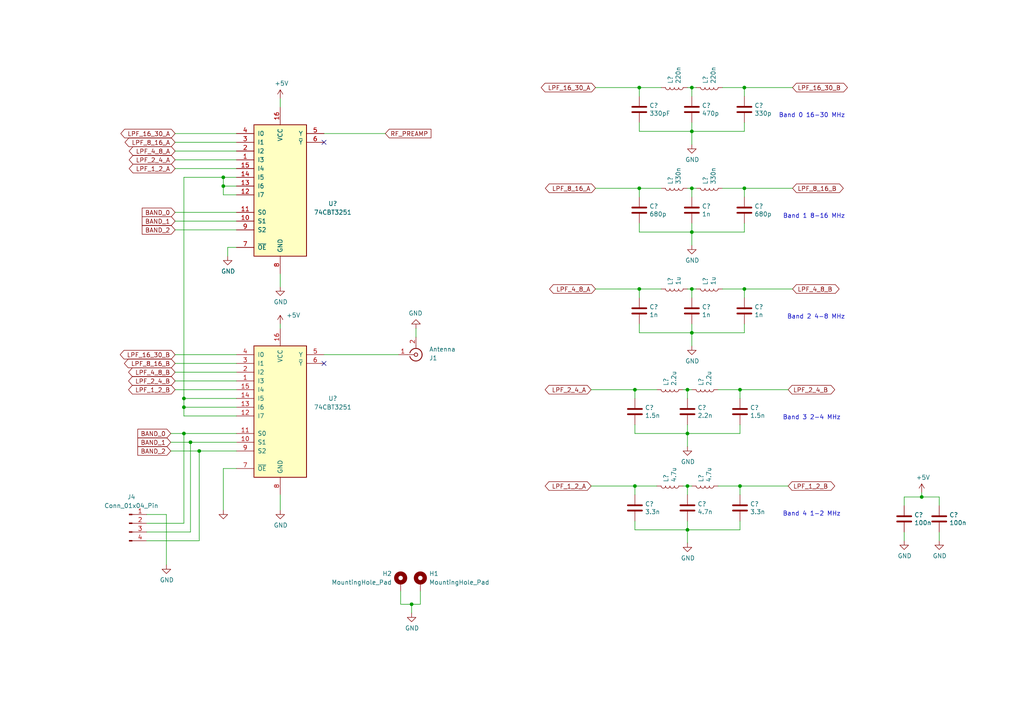
<source format=kicad_sch>
(kicad_sch (version 20231120) (generator "eeschema") (generator_version "8.0")
  (paper "A4")
  (lib_symbols
    (symbol "74xx:74LS251" (pin_names (offset 1.016))
      (property "Reference" "U" (at -7.62 19.05 0))
      (property "Value" "74LS251" (at -7.62 -21.59 0))
      (symbol "74LS251_1_0"
        (pin input line (at -12.7 7.62 0) (length 5.08) (name "I3") (number "1"))
        (pin input line (at -12.7 -10.16 0) (length 5.08) (name "S1") (number "10"))
        (pin input line (at -12.7 -7.62 0) (length 5.08) (name "S0") (number "11"))
        (pin input line (at -12.7 -2.54 0) (length 5.08) (name "I7") (number "12"))
        (pin input line (at -12.7 0 0) (length 5.08) (name "I6") (number "13"))
        (pin input line (at -12.7 2.54 0) (length 5.08) (name "I5") (number "14"))
        (pin input line (at -12.7 5.08 0) (length 5.08) (name "I4") (number "15"))
        (pin power_in line (at 0 22.86 270) (length 5.08) (name "VCC") (number "16"))
        (pin input line (at -12.7 10.16 0) (length 5.08) (name "I2") (number "2"))
        (pin input line (at -12.7 12.7 0) (length 5.08) (name "I1") (number "3"))
        (pin input line (at -12.7 15.24 0) (length 5.08) (name "I0") (number "4"))
        (pin tri_state line (at 12.7 15.24 180) (length 5.08) (name "Y") (number "5"))
        (pin tri_state line (at 12.7 12.7 180) (length 5.08) (name "~{Y}") (number "6"))
        (pin input line (at -12.7 -17.78 0) (length 5.08) (name "~{OE}") (number "7"))
        (pin power_in line (at 0 -25.4 90) (length 5.08) (name "GND") (number "8"))
        (pin input line (at -12.7 -12.7 0) (length 5.08) (name "S2") (number "9"))
      )
      (symbol "74LS251_1_1"
        (rectangle (start -7.62 17.78) (end 7.62 -20.32) (stroke (width 0.254)) (fill (type background)))
      )
    )
    (symbol "Connector:Conn_01x04_Pin" (pin_names (offset 1.016) hide)
      (property "Reference" "J" (at 0 5.08 0))
      (property "Value" "Conn_01x04_Pin" (at 0 -7.62 0))
      (symbol "Conn_01x04_Pin_1_1"
        (polyline (pts (xy 1.27 -5.08) (xy 0.8636 -5.08)) (stroke (width 0.1524)))
        (polyline (pts (xy 1.27 -2.54) (xy 0.8636 -2.54)) (stroke (width 0.1524)))
        (polyline (pts (xy 1.27 0) (xy 0.8636 0)) (stroke (width 0.1524)))
        (polyline (pts (xy 1.27 2.54) (xy 0.8636 2.54)) (stroke (width 0.1524)))
        (rectangle (start 0.8636 -4.953) (end 0 -5.207) (stroke (width 0.1524)) (fill (type outline)))
        (rectangle (start 0.8636 -2.413) (end 0 -2.667) (stroke (width 0.1524)) (fill (type outline)))
        (rectangle (start 0.8636 0.127) (end 0 -0.127) (stroke (width 0.1524)) (fill (type outline)))
        (rectangle (start 0.8636 2.667) (end 0 2.413) (stroke (width 0.1524)) (fill (type outline)))
        (pin passive line (at 5.08 2.54 180) (length 3.81) (name "Pin_1") (number "1"))
        (pin passive line (at 5.08 0 180) (length 3.81) (name "Pin_2") (number "2"))
        (pin passive line (at 5.08 -2.54 180) (length 3.81) (name "Pin_3") (number "3"))
        (pin passive line (at 5.08 -5.08 180) (length 3.81) (name "Pin_4") (number "4"))
      )
    )
    (symbol "Connector:Conn_Coaxial" (pin_names (offset 1.016) hide)
      (property "Reference" "J" (at 0.254 3.048 0))
      (property "Value" "Conn_Coaxial" (at 2.921 0 90))
      (symbol "Conn_Coaxial_0_1"
        (arc (start -1.778 -0.508) (mid 0.2311 -1.8066) (end 1.778 0) (stroke (width 0.254)))
        (polyline (pts (xy -2.54 0) (xy -0.508 0)))
        (polyline (pts (xy 0 -2.54) (xy 0 -1.778)))
        (circle (center 0 0) (radius 0.508) (stroke (width 0.2032)))
        (arc (start 1.778 0) (mid 0.2099 1.8101) (end -1.778 0.508) (stroke (width 0.254)))
      )
      (symbol "Conn_Coaxial_1_1"
        (pin passive line (at -5.08 0 0) (length 2.54) (name "In") (number "1"))
        (pin passive line (at 0 -5.08 90) (length 2.54) (name "Ext") (number "2"))
      )
    )
    (symbol "Device:C" (pin_numbers hide) (pin_names (offset 0.254))
      (property "Reference" "C" (at 0.635 2.54 0))
      (property "Value" "C" (at 0.635 -2.54 0))
      (symbol "C_0_1"
        (polyline (pts (xy -2.032 -0.762) (xy 2.032 -0.762)) (stroke (width 0.508)))
        (polyline (pts (xy -2.032 0.762) (xy 2.032 0.762)) (stroke (width 0.508)))
      )
      (symbol "C_1_1"
        (pin passive line (at 0 3.81 270) (length 2.794) (name "~") (number "1"))
        (pin passive line (at 0 -3.81 90) (length 2.794) (name "~") (number "2"))
      )
    )
    (symbol "Device:L" (pin_numbers hide) (pin_names (offset 1.016) hide)
      (property "Reference" "L" (at -1.27 0 90))
      (property "Value" "L" (at 1.905 0 90))
      (symbol "L_0_1"
        (arc (start 0 -2.54) (mid 0.6323 -1.905) (end 0 -1.27))
        (arc (start 0 -1.27) (mid 0.6323 -0.635) (end 0 0))
        (arc (start 0 0) (mid 0.6323 0.635) (end 0 1.27))
        (arc (start 0 1.27) (mid 0.6323 1.905) (end 0 2.54))
      )
      (symbol "L_1_1"
        (pin passive line (at 0 3.81 270) (length 1.27) (name "1") (number "1"))
        (pin passive line (at 0 -3.81 90) (length 1.27) (name "2") (number "2"))
      )
    )
    (symbol "Mechanical:MountingHole_Pad" (pin_numbers hide) (pin_names (offset 1.016) hide) (exclude_from_sim yes) (in_bom no)
      (property "Reference" "H" (at 0 6.35 0))
      (property "Value" "MountingHole_Pad" (at 0 4.445 0))
      (symbol "MountingHole_Pad_0_1"
        (circle (center 0 1.27) (radius 1.27) (stroke (width 1.27)))
      )
      (symbol "MountingHole_Pad_1_1"
        (pin input line (at 0 -2.54 90) (length 2.54) (name "1") (number "1"))
      )
    )
    (symbol "power:+5V" (power) (pin_names (offset 0))
      (property "Value" "+5V" (at 0 3.556 0))
      (symbol "+5V_0_1"
        (polyline (pts (xy -0.762 1.27) (xy 0 2.54)))
        (polyline (pts (xy 0 0) (xy 0 2.54)))
        (polyline (pts (xy 0 2.54) (xy 0.762 1.27)))
      )
      (symbol "+5V_1_1"
        (pin power_in line (at 0 0 90) (length 0) hide (name "+5V") (number "1"))
      )
    )
    (symbol "power:GND" (power) (pin_names (offset 0))
      (property "Value" "GND" (at 0 -3.81 0))
      (symbol "GND_0_1"
        (polyline (pts (xy 0 0) (xy 0 -1.27) (xy 1.27 -1.27) (xy 0 -2.54) (xy -1.27 -1.27) (xy 0 -1.27)))
      )
      (symbol "GND_1_1"
        (pin power_in line (at 0 0 270) (length 0) hide (name "GND") (number "1"))
      )
    )
  )
  (junction (at 185.42 54.61))
  (junction (at 119.38 175.26))
  (junction (at 200.66 25.4))
  (junction (at 184.15 140.97))
  (junction (at 200.66 38.1))
  (junction (at 200.66 96.52))
  (junction (at 53.34 125.73))
  (junction (at 184.15 113.03))
  (junction (at 185.42 83.82))
  (junction (at 57.785 130.81))
  (junction (at 199.39 113.03))
  (junction (at 199.39 153.67))
  (junction (at 200.66 67.31))
  (junction (at 55.245 128.27))
  (junction (at 200.66 83.82))
  (junction (at 53.34 118.11))
  (junction (at 53.34 115.57))
  (junction (at 215.9 25.4))
  (junction (at 267.335 144.145))
  (junction (at 64.77 53.975))
  (junction (at 185.42 25.4))
  (junction (at 200.66 54.61))
  (junction (at 214.63 113.03))
  (junction (at 199.39 125.73))
  (junction (at 215.9 83.82))
  (junction (at 64.77 51.435))
  (junction (at 214.63 140.97))
  (junction (at 215.9 54.61))
  (junction (at 199.39 140.97))
  (no_connect (at 93.98 105.41))
  (no_connect (at 93.98 41.275))
  (wire (pts (xy 200.66 25.4) (xy 200.66 27.94)))
  (wire (pts (xy 66.04 74.295) (xy 66.04 71.755)))
  (wire (pts (xy 272.415 154.305) (xy 272.415 156.845)))
  (wire (pts (xy 53.34 125.73) (xy 53.34 151.765)))
  (wire (pts (xy 81.28 79.375) (xy 81.28 83.185)))
  (wire (pts (xy 200.66 83.82) (xy 200.66 86.36)))
  (wire (pts (xy 184.15 151.13) (xy 184.15 153.67)))
  (wire (pts (xy 53.34 115.57) (xy 68.58 115.57)))
  (wire (pts (xy 57.785 130.81) (xy 68.58 130.81)))
  (wire (pts (xy 42.545 151.765) (xy 53.34 151.765)))
  (wire (pts (xy 215.9 35.56) (xy 215.9 38.1)))
  (wire (pts (xy 50.8 48.895) (xy 68.58 48.895)))
  (wire (pts (xy 209.55 54.61) (xy 215.9 54.61)))
  (wire (pts (xy 64.77 135.89) (xy 64.77 147.955)))
  (wire (pts (xy 172.72 54.61) (xy 185.42 54.61)))
  (wire (pts (xy 64.77 135.89) (xy 68.58 135.89)))
  (wire (pts (xy 215.9 54.61) (xy 229.87 54.61)))
  (wire (pts (xy 200.66 64.77) (xy 200.66 67.31)))
  (wire (pts (xy 214.63 123.19) (xy 214.63 125.73)))
  (wire (pts (xy 185.42 38.1) (xy 200.66 38.1)))
  (wire (pts (xy 214.63 113.03) (xy 228.6 113.03)))
  (wire (pts (xy 215.9 54.61) (xy 215.9 57.15)))
  (wire (pts (xy 185.42 67.31) (xy 200.66 67.31)))
  (wire (pts (xy 50.8 41.275) (xy 68.58 41.275)))
  (wire (pts (xy 42.545 149.225) (xy 48.26 149.225)))
  (wire (pts (xy 49.53 130.81) (xy 57.785 130.81)))
  (wire (pts (xy 215.9 25.4) (xy 229.87 25.4)))
  (wire (pts (xy 121.92 175.26) (xy 119.38 175.26)))
  (wire (pts (xy 57.785 156.845) (xy 57.785 130.81)))
  (wire (pts (xy 53.34 120.65) (xy 68.58 120.65)))
  (wire (pts (xy 81.28 143.51) (xy 81.28 147.955)))
  (wire (pts (xy 185.42 64.77) (xy 185.42 67.31)))
  (wire (pts (xy 50.8 107.95) (xy 68.58 107.95)))
  (wire (pts (xy 171.45 140.97) (xy 184.15 140.97)))
  (wire (pts (xy 185.42 54.61) (xy 191.77 54.61)))
  (wire (pts (xy 50.8 113.03) (xy 68.58 113.03)))
  (wire (pts (xy 68.58 53.975) (xy 64.77 53.975)))
  (wire (pts (xy 50.8 64.135) (xy 68.58 64.135)))
  (wire (pts (xy 116.205 175.26) (xy 119.38 175.26)))
  (wire (pts (xy 200.66 67.31) (xy 200.66 71.12)))
  (wire (pts (xy 185.42 83.82) (xy 191.77 83.82)))
  (wire (pts (xy 184.15 125.73) (xy 199.39 125.73)))
  (wire (pts (xy 214.63 140.97) (xy 228.6 140.97)))
  (wire (pts (xy 53.34 118.11) (xy 68.58 118.11)))
  (wire (pts (xy 200.66 54.61) (xy 200.66 57.15)))
  (wire (pts (xy 185.42 54.61) (xy 185.42 57.15)))
  (wire (pts (xy 184.15 140.97) (xy 190.5 140.97)))
  (wire (pts (xy 66.04 71.755) (xy 68.58 71.755)))
  (wire (pts (xy 272.415 146.685) (xy 272.415 144.145)))
  (wire (pts (xy 267.335 142.875) (xy 267.335 144.145)))
  (wire (pts (xy 42.545 156.845) (xy 57.785 156.845)))
  (wire (pts (xy 198.12 113.03) (xy 199.39 113.03)))
  (wire (pts (xy 68.58 102.87) (xy 50.8 102.87)))
  (wire (pts (xy 199.39 83.82) (xy 200.66 83.82)))
  (wire (pts (xy 185.42 25.4) (xy 185.42 27.94)))
  (wire (pts (xy 262.255 144.145) (xy 262.255 146.685)))
  (wire (pts (xy 172.72 25.4) (xy 185.42 25.4)))
  (wire (pts (xy 214.63 151.13) (xy 214.63 153.67)))
  (wire (pts (xy 208.28 140.97) (xy 214.63 140.97)))
  (wire (pts (xy 55.245 154.305) (xy 55.245 128.27)))
  (wire (pts (xy 200.66 54.61) (xy 201.93 54.61)))
  (wire (pts (xy 185.42 25.4) (xy 191.77 25.4)))
  (wire (pts (xy 53.34 118.11) (xy 53.34 115.57)))
  (wire (pts (xy 215.9 93.98) (xy 215.9 96.52)))
  (wire (pts (xy 267.335 144.145) (xy 262.255 144.145)))
  (wire (pts (xy 50.8 105.41) (xy 68.58 105.41)))
  (wire (pts (xy 200.66 93.98) (xy 200.66 96.52)))
  (wire (pts (xy 185.42 93.98) (xy 185.42 96.52)))
  (wire (pts (xy 199.39 125.73) (xy 199.39 129.54)))
  (wire (pts (xy 214.63 140.97) (xy 214.63 143.51)))
  (wire (pts (xy 185.42 83.82) (xy 185.42 86.36)))
  (wire (pts (xy 214.63 113.03) (xy 214.63 115.57)))
  (wire (pts (xy 199.39 140.97) (xy 199.39 143.51)))
  (wire (pts (xy 81.28 28.575) (xy 81.28 31.115)))
  (wire (pts (xy 64.77 51.435) (xy 64.77 53.975)))
  (wire (pts (xy 200.66 67.31) (xy 215.9 67.31)))
  (wire (pts (xy 81.28 93.98) (xy 81.28 95.25)))
  (wire (pts (xy 50.8 38.735) (xy 68.58 38.735)))
  (wire (pts (xy 64.77 53.975) (xy 64.77 56.515)))
  (wire (pts (xy 49.53 128.27) (xy 55.245 128.27)))
  (wire (pts (xy 199.39 153.67) (xy 199.39 157.48)))
  (wire (pts (xy 199.39 151.13) (xy 199.39 153.67)))
  (wire (pts (xy 199.39 153.67) (xy 214.63 153.67)))
  (wire (pts (xy 184.15 123.19) (xy 184.15 125.73)))
  (wire (pts (xy 184.15 113.03) (xy 190.5 113.03)))
  (wire (pts (xy 200.66 96.52) (xy 200.66 100.33)))
  (wire (pts (xy 199.39 113.03) (xy 200.66 113.03)))
  (wire (pts (xy 93.98 102.87) (xy 115.57 102.87)))
  (wire (pts (xy 215.9 25.4) (xy 215.9 27.94)))
  (wire (pts (xy 199.39 125.73) (xy 214.63 125.73)))
  (wire (pts (xy 50.8 43.815) (xy 68.58 43.815)))
  (wire (pts (xy 215.9 83.82) (xy 229.87 83.82)))
  (wire (pts (xy 185.42 35.56) (xy 185.42 38.1)))
  (wire (pts (xy 200.66 96.52) (xy 215.9 96.52)))
  (wire (pts (xy 215.9 83.82) (xy 215.9 86.36)))
  (wire (pts (xy 116.205 171.45) (xy 116.205 175.26)))
  (wire (pts (xy 262.255 154.305) (xy 262.255 156.845)))
  (wire (pts (xy 209.55 83.82) (xy 215.9 83.82)))
  (wire (pts (xy 172.72 83.82) (xy 185.42 83.82)))
  (wire (pts (xy 200.66 38.1) (xy 200.66 41.91)))
  (wire (pts (xy 199.39 54.61) (xy 200.66 54.61)))
  (wire (pts (xy 198.12 140.97) (xy 199.39 140.97)))
  (wire (pts (xy 68.58 56.515) (xy 64.77 56.515)))
  (wire (pts (xy 199.39 113.03) (xy 199.39 115.57)))
  (wire (pts (xy 50.8 46.355) (xy 68.58 46.355)))
  (wire (pts (xy 49.53 125.73) (xy 53.34 125.73)))
  (wire (pts (xy 50.8 110.49) (xy 68.58 110.49)))
  (wire (pts (xy 68.58 51.435) (xy 64.77 51.435)))
  (wire (pts (xy 200.66 38.1) (xy 215.9 38.1)))
  (wire (pts (xy 93.98 38.735) (xy 111.76 38.735)))
  (wire (pts (xy 215.9 64.77) (xy 215.9 67.31)))
  (wire (pts (xy 209.55 25.4) (xy 215.9 25.4)))
  (wire (pts (xy 200.66 25.4) (xy 201.93 25.4)))
  (wire (pts (xy 120.65 95.25) (xy 120.65 97.79)))
  (wire (pts (xy 48.26 149.225) (xy 48.26 163.83)))
  (wire (pts (xy 199.39 123.19) (xy 199.39 125.73)))
  (wire (pts (xy 53.34 120.65) (xy 53.34 118.11)))
  (wire (pts (xy 184.15 113.03) (xy 184.15 115.57)))
  (wire (pts (xy 53.34 51.435) (xy 64.77 51.435)))
  (wire (pts (xy 272.415 144.145) (xy 267.335 144.145)))
  (wire (pts (xy 184.15 153.67) (xy 199.39 153.67)))
  (wire (pts (xy 42.545 154.305) (xy 55.245 154.305)))
  (wire (pts (xy 53.34 51.435) (xy 53.34 115.57)))
  (wire (pts (xy 200.66 35.56) (xy 200.66 38.1)))
  (wire (pts (xy 121.92 171.45) (xy 121.92 175.26)))
  (wire (pts (xy 200.66 83.82) (xy 201.93 83.82)))
  (wire (pts (xy 199.39 25.4) (xy 200.66 25.4)))
  (wire (pts (xy 50.8 61.595) (xy 68.58 61.595)))
  (wire (pts (xy 119.38 175.26) (xy 119.38 177.8)))
  (wire (pts (xy 208.28 113.03) (xy 214.63 113.03)))
  (wire (pts (xy 171.45 113.03) (xy 184.15 113.03)))
  (wire (pts (xy 199.39 140.97) (xy 200.66 140.97)))
  (wire (pts (xy 185.42 96.52) (xy 200.66 96.52)))
  (wire (pts (xy 184.15 140.97) (xy 184.15 143.51)))
  (wire (pts (xy 50.8 66.675) (xy 68.58 66.675)))
  (wire (pts (xy 55.245 128.27) (xy 68.58 128.27)))
  (wire (pts (xy 53.34 125.73) (xy 68.58 125.73)))
  (text "Band 2 4-8 MHz" (at 245.11 92.71 0) (effects (font (size 1.27 1.27)) (justify right bottom)))
  (text "Band 4 1-2 MHz" (at 243.84 149.86 0) (effects (font (size 1.27 1.27)) (justify right bottom)))
  (text "Band 1 8-16 MHz" (at 245.11 63.5 0) (effects (font (size 1.27 1.27)) (justify right bottom)))
  (text "Band 3 2-4 MHz" (at 243.84 121.92 0) (effects (font (size 1.27 1.27)) (justify right bottom)))
  (text "Band 0 16-30 MHz" (at 245.11 34.29 0) (effects (font (size 1.27 1.27)) (justify right bottom)))
  (global_label "BAND_0" (shape input) (at 49.53 125.73 180) (property "Intersheetrefs" "${INTERSHEET_REFS}" (effects (hide yes))))
  (global_label "LPF_16_30_B" (shape bidirectional) (at 229.87 25.4 0) (property "Intersheetrefs" "${INTERSHEET_REFS}" (effects (hide yes))))
  (global_label "BAND_1" (shape input) (at 49.53 128.27 180) (property "Intersheetrefs" "${INTERSHEET_REFS}" (effects (hide yes))))
  (global_label "LPF_4_8_B" (shape bidirectional) (at 229.87 83.82 0) (property "Intersheetrefs" "${INTERSHEET_REFS}" (effects (hide yes))))
  (global_label "LPF_1_2_A" (shape bidirectional) (at 171.45 140.97 180) (property "Intersheetrefs" "${INTERSHEET_REFS}" (effects (hide yes))))
  (global_label "RF_PREAMP" (shape input) (at 111.76 38.735 0) (property "Intersheetrefs" "${INTERSHEET_REFS}" (effects (hide yes))))
  (global_label "BAND_1" (shape input) (at 50.8 64.135 180) (property "Intersheetrefs" "${INTERSHEET_REFS}" (effects (hide yes))))
  (global_label "LPF_8_16_A" (shape bidirectional) (at 172.72 54.61 180) (property "Intersheetrefs" "${INTERSHEET_REFS}" (effects (hide yes))))
  (global_label "LPF_2_4_B" (shape bidirectional) (at 50.8 110.49 180) (property "Intersheetrefs" "${INTERSHEET_REFS}" (effects (hide yes))))
  (global_label "BAND_0" (shape input) (at 50.8 61.595 180) (property "Intersheetrefs" "${INTERSHEET_REFS}" (effects (hide yes))))
  (global_label "LPF_8_16_A" (shape bidirectional) (at 50.8 41.275 180) (property "Intersheetrefs" "${INTERSHEET_REFS}" (effects (hide yes))))
  (global_label "LPF_16_30_A" (shape bidirectional) (at 172.72 25.4 180) (property "Intersheetrefs" "${INTERSHEET_REFS}" (effects (hide yes))))
  (global_label "LPF_2_4_B" (shape bidirectional) (at 228.6 113.03 0) (property "Intersheetrefs" "${INTERSHEET_REFS}" (effects (hide yes))))
  (global_label "BAND_2" (shape input) (at 49.53 130.81 180) (property "Intersheetrefs" "${INTERSHEET_REFS}" (effects (hide yes))))
  (global_label "LPF_8_16_B" (shape bidirectional) (at 50.8 105.41 180) (property "Intersheetrefs" "${INTERSHEET_REFS}" (effects (hide yes))))
  (global_label "LPF_4_8_A" (shape bidirectional) (at 50.8 43.815 180) (property "Intersheetrefs" "${INTERSHEET_REFS}" (effects (hide yes))))
  (global_label "LPF_4_8_B" (shape bidirectional) (at 50.8 107.95 180) (property "Intersheetrefs" "${INTERSHEET_REFS}" (effects (hide yes))))
  (global_label "LPF_16_30_B" (shape bidirectional) (at 50.8 102.87 180) (property "Intersheetrefs" "${INTERSHEET_REFS}" (effects (hide yes))))
  (global_label "LPF_4_8_A" (shape bidirectional) (at 172.72 83.82 180) (property "Intersheetrefs" "${INTERSHEET_REFS}" (effects (hide yes))))
  (global_label "LPF_1_2_B" (shape bidirectional) (at 228.6 140.97 0) (property "Intersheetrefs" "${INTERSHEET_REFS}" (effects (hide yes))))
  (global_label "LPF_16_30_A" (shape bidirectional) (at 50.8 38.735 180) (property "Intersheetrefs" "${INTERSHEET_REFS}" (effects (hide yes))))
  (global_label "BAND_2" (shape input) (at 50.8 66.675 180) (property "Intersheetrefs" "${INTERSHEET_REFS}" (effects (hide yes))))
  (global_label "LPF_1_2_A" (shape bidirectional) (at 50.8 48.895 180) (property "Intersheetrefs" "${INTERSHEET_REFS}" (effects (hide yes))))
  (global_label "LPF_2_4_A" (shape bidirectional) (at 50.8 46.355 180) (property "Intersheetrefs" "${INTERSHEET_REFS}" (effects (hide yes))))
  (global_label "LPF_1_2_B" (shape bidirectional) (at 50.8 113.03 180) (property "Intersheetrefs" "${INTERSHEET_REFS}" (effects (hide yes))))
  (global_label "LPF_8_16_B" (shape bidirectional) (at 229.87 54.61 0) (property "Intersheetrefs" "${INTERSHEET_REFS}" (effects (hide yes))))
  (global_label "LPF_2_4_A" (shape bidirectional) (at 171.45 113.03 180) (property "Intersheetrefs" "${INTERSHEET_REFS}" (effects (hide yes))))
  (symbol (lib_id "power:GND") (at 272.415 156.845 0) (unit 1)
    (property "Reference" "#PWR?" (effects (hide yes)))
    (property "Value" "GND" (at 272.542 161.2392 0))
    (instances (project "RADIO" (path "" (reference "#PWR?") (unit 1))) (project "SDR_PreAmp_Filter_v1.1" (path "" (reference "#PWR011") (unit 1))))
  )
  (symbol (lib_id "Device:L") (at 194.31 140.97 270) (unit 1)
    (property "Reference" "L?" (at 193.167 139.8778 0) (effects (justify right)))
    (property "Value" "4.7u" (at 195.453 139.8778 0) (effects (justify right)))
    (property "Footprint" "Inductor_SMD:L_0805_2012Metric_Pad1.05x1.20mm_HandSolder" (effects (hide yes)))
    (instances (project "RADIO" (path "" (reference "L?") (unit 1))) (project "SDR_PreAmp_Filter_v1.1" (path "" (reference "L8") (unit 1))))
  )
  (symbol (lib_id "power:+5V") (at 81.28 28.575 0) (unit 1)
    (property "Reference" "#PWR?" (effects (hide yes)))
    (property "Value" "+5V" (at 81.661 24.1808 0))
    (instances (project "RADIO" (path "" (reference "#PWR?") (unit 1))) (project "SDR_PreAmp_Filter_v1.1" (path "" (reference "#PWR03") (unit 1))))
  )
  (symbol (lib_id "Device:C") (at 184.15 147.32 180) (unit 1)
    (property "Reference" "C?" (at 187.071 146.177 0) (effects (justify right)))
    (property "Value" "3.3n" (at 187.071 148.463 0) (effects (justify right)))
    (property "Footprint" "Capacitor_SMD:C_0805_2012Metric" (effects (hide yes)))
    (instances (project "RADIO" (path "" (reference "C?") (unit 1))) (project "SDR_PreAmp_Filter_v1.1" (path "" (reference "C36") (unit 1))))
  )
  (symbol (lib_id "Device:L") (at 205.74 54.61 270) (unit 1)
    (property "Reference" "L?" (at 204.597 53.5178 0) (effects (justify right)))
    (property "Value" "330n" (at 206.883 53.5178 0) (effects (justify right)))
    (property "Footprint" "Inductor_SMD:L_0805_2012Metric_Pad1.05x1.20mm_HandSolder" (effects (hide yes)))
    (instances (project "RADIO" (path "" (reference "L?") (unit 1))) (project "SDR_PreAmp_Filter_v1.1" (path "" (reference "L2") (unit 1))))
  )
  (symbol (lib_id "power:GND") (at 199.39 157.48 0) (unit 1)
    (property "Reference" "#PWR?" (effects (hide yes)))
    (property "Value" "GND" (at 199.517 161.8742 0))
    (instances (project "RADIO" (path "" (reference "#PWR?") (unit 1))) (project "SDR_PreAmp_Filter_v1.1" (path "" (reference "#PWR032") (unit 1))))
  )
  (symbol (lib_id "power:GND") (at 200.66 71.12 0) (unit 1)
    (property "Reference" "#PWR?" (effects (hide yes)))
    (property "Value" "GND" (at 200.787 75.5142 0))
    (instances (project "RADIO" (path "" (reference "#PWR?") (unit 1))) (project "SDR_PreAmp_Filter_v1.1" (path "" (reference "#PWR013") (unit 1))))
  )
  (symbol (lib_id "Device:C") (at 214.63 147.32 180) (unit 1)
    (property "Reference" "C?" (at 217.551 146.177 0) (effects (justify right)))
    (property "Value" "3.3n" (at 217.551 148.463 0) (effects (justify right)))
    (property "Footprint" "Capacitor_SMD:C_0805_2012Metric" (effects (hide yes)))
    (instances (project "RADIO" (path "" (reference "C?") (unit 1))) (project "SDR_PreAmp_Filter_v1.1" (path "" (reference "C38") (unit 1))))
  )
  (symbol (lib_id "Connector:Conn_01x04_Pin") (at 37.465 151.765 0) (unit 1)
    (property "Reference" "J4" (at 38.1 144.145 0))
    (property "Value" "Conn_01x04_Pin" (at 38.1 146.685 0))
    (property "Footprint" "Connector_PinHeader_2.54mm:PinHeader_1x04_P2.54mm_Vertical" (effects (hide yes)))
    (property "Description" "Generic connector, single row, 01x04, script generated" (effects (hide yes)))
  )
  (symbol (lib_id "Mechanical:MountingHole_Pad") (at 121.92 168.91 0) (unit 1) (exclude_from_sim yes) (in_bom no)
    (property "Reference" "H1" (at 124.46 166.3699 0) (effects (justify left)))
    (property "Value" "MountingHole_Pad" (at 124.46 168.9099 0) (effects (justify left)))
    (property "Footprint" "MountingHole:MountingHole_3.2mm_M3_DIN965_Pad" (effects (hide yes)))
    (property "Description" "Mounting Hole with connection" (effects (hide yes)))
  )
  (symbol (lib_id "Device:C") (at 215.9 31.75 180) (unit 1)
    (property "Reference" "C?" (at 218.821 30.607 0) (effects (justify right)))
    (property "Value" "330p" (at 218.821 32.893 0) (effects (justify right)))
    (property "Footprint" "Capacitor_SMD:C_0805_2012Metric" (effects (hide yes)))
    (instances (project "RADIO" (path "" (reference "C?") (unit 1))) (project "SDR_PreAmp_Filter_v1.1" (path "" (reference "C16") (unit 1))))
  )
  (symbol (lib_id "power:GND") (at 48.26 163.83 0) (unit 1)
    (property "Reference" "#PWR016" (effects (hide yes)))
    (property "Value" "GND" (at 48.387 168.2242 0))
  )
  (symbol (lib_id "Device:C") (at 200.66 90.17 180) (unit 1)
    (property "Reference" "C?" (at 203.581 89.027 0) (effects (justify right)))
    (property "Value" "1n" (at 203.581 91.313 0) (effects (justify right)))
    (property "Footprint" "Capacitor_SMD:C_0805_2012Metric" (effects (hide yes)))
    (instances (project "RADIO" (path "" (reference "C?") (unit 1))) (project "SDR_PreAmp_Filter_v1.1" (path "" (reference "C14") (unit 1))))
  )
  (symbol (lib_id "Connector:Conn_Coaxial") (at 120.65 102.87 0) (mirror x) (unit 1)
    (property "Reference" "J1" (at 124.46 103.8468 0) (effects (justify left)))
    (property "Value" "Antenna" (at 124.46 101.3068 0) (effects (justify left)))
    (property "Footprint" "Connector_Coaxial:SMA_Samtec_SMA-J-P-X-ST-EM1_EdgeMount" (effects (hide yes)))
  )
  (symbol (lib_id "power:GND") (at 120.65 95.25 180) (unit 1)
    (property "Reference" "#PWR023" (effects (hide yes)))
    (property "Value" "GND" (at 120.523 90.8558 0))
  )
  (symbol (lib_id "Device:L") (at 204.47 140.97 270) (unit 1)
    (property "Reference" "L?" (at 203.327 139.8778 0) (effects (justify right)))
    (property "Value" "4.7u" (at 205.613 139.8778 0) (effects (justify right)))
    (property "Footprint" "Inductor_SMD:L_0805_2012Metric_Pad1.05x1.20mm_HandSolder" (effects (hide yes)))
    (instances (project "RADIO" (path "" (reference "L?") (unit 1))) (project "SDR_PreAmp_Filter_v1.1" (path "" (reference "L9") (unit 1))))
  )
  (symbol (lib_id "Device:L") (at 194.31 113.03 270) (unit 1)
    (property "Reference" "L?" (at 193.167 111.9378 0) (effects (justify right)))
    (property "Value" "2.2u" (at 195.453 111.9378 0) (effects (justify right)))
    (property "Footprint" "Inductor_SMD:L_0805_2012Metric_Pad1.05x1.20mm_HandSolder" (effects (hide yes)))
    (instances (project "RADIO" (path "" (reference "L?") (unit 1))) (project "SDR_PreAmp_Filter_v1.1" (path "" (reference "L6") (unit 1))))
  )
  (symbol (lib_id "Device:L") (at 195.58 83.82 270) (unit 1)
    (property "Reference" "L?" (at 194.437 82.7278 0) (effects (justify right)))
    (property "Value" "1u" (at 196.723 82.7278 0) (effects (justify right)))
    (property "Footprint" "Inductor_SMD:L_0805_2012Metric_Pad1.05x1.20mm_HandSolder" (effects (hide yes)))
    (instances (project "RADIO" (path "" (reference "L?") (unit 1))) (project "SDR_PreAmp_Filter_v1.1" (path "" (reference "L3") (unit 1))))
  )
  (symbol (lib_id "power:GND") (at 262.255 156.845 0) (unit 1)
    (property "Reference" "#PWR?" (effects (hide yes)))
    (property "Value" "GND" (at 262.382 161.2392 0))
    (instances (project "RADIO" (path "" (reference "#PWR?") (unit 1))) (project "SDR_PreAmp_Filter_v1.1" (path "" (reference "#PWR09") (unit 1))))
  )
  (symbol (lib_id "power:GND") (at 64.77 147.955 0) (unit 1)
    (property "Reference" "#PWR?" (effects (hide yes)))
    (property "Value" "GND" (effects (hide yes)))
    (instances (project "RADIO" (path "" (reference "#PWR?") (unit 1))) (project "SDR_PreAmp_Filter_v1.1" (path "" (reference "#PWR01") (unit 1))))
  )
  (symbol (lib_id "Device:C") (at 214.63 119.38 180) (unit 1)
    (property "Reference" "C?" (at 217.551 118.237 0) (effects (justify right)))
    (property "Value" "1.5n" (at 217.551 120.523 0) (effects (justify right)))
    (property "Footprint" "Capacitor_SMD:C_0805_2012Metric" (effects (hide yes)))
    (instances (project "RADIO" (path "" (reference "C?") (unit 1))) (project "SDR_PreAmp_Filter_v1.1" (path "" (reference "C22") (unit 1))))
  )
  (symbol (lib_id "Device:L") (at 195.58 25.4 270) (unit 1)
    (property "Reference" "L?" (at 194.437 24.3078 0) (effects (justify right)))
    (property "Value" "220n" (at 196.723 24.3078 0) (effects (justify right)))
    (property "Footprint" "Inductor_SMD:L_0805_2012Metric_Pad1.05x1.20mm_HandSolder" (effects (hide yes)))
    (instances (project "RADIO" (path "" (reference "L?") (unit 1))) (project "SDR_PreAmp_Filter_v1.1" (path "" (reference "L13") (unit 1))))
  )
  (symbol (lib_id "power:+5V") (at 81.28 93.98 0) (unit 1)
    (property "Reference" "#PWR?" (effects (hide yes)))
    (property "Value" "+5V" (at 85.09 91.44 0))
    (instances (project "RADIO" (path "" (reference "#PWR?") (unit 1))) (project "SDR_PreAmp_Filter_v1.1" (path "" (reference "#PWR05") (unit 1))))
  )
  (symbol (lib_id "Mechanical:MountingHole_Pad") (at 116.205 168.91 0) (mirror y) (unit 1) (exclude_from_sim yes) (in_bom no)
    (property "Reference" "H2" (at 113.665 166.3699 0) (effects (justify left)))
    (property "Value" "MountingHole_Pad" (at 113.665 168.9099 0) (effects (justify left)))
    (property "Footprint" "MountingHole:MountingHole_3.2mm_M3_DIN965_Pad" (effects (hide yes)))
    (property "Description" "Mounting Hole with connection" (effects (hide yes)))
  )
  (symbol (lib_id "Device:L") (at 204.47 113.03 270) (unit 1)
    (property "Reference" "L?" (at 203.327 111.9378 0) (effects (justify right)))
    (property "Value" "2.2u" (at 205.613 111.9378 0) (effects (justify right)))
    (property "Footprint" "Inductor_SMD:L_0805_2012Metric_Pad1.05x1.20mm_HandSolder" (effects (hide yes)))
    (instances (project "RADIO" (path "" (reference "L?") (unit 1))) (project "SDR_PreAmp_Filter_v1.1" (path "" (reference "L7") (unit 1))))
  )
  (symbol (lib_id "power:GND") (at 81.28 83.185 0) (unit 1)
    (property "Reference" "#PWR?" (effects (hide yes)))
    (property "Value" "GND" (at 81.407 87.5792 0))
    (instances (project "RADIO" (path "" (reference "#PWR?") (unit 1))) (project "SDR_PreAmp_Filter_v1.1" (path "" (reference "#PWR04") (unit 1))))
  )
  (symbol (lib_id "Device:C") (at 200.66 60.96 180) (unit 1)
    (property "Reference" "C?" (at 203.581 59.817 0) (effects (justify right)))
    (property "Value" "1n" (at 203.581 62.103 0) (effects (justify right)))
    (property "Footprint" "Capacitor_SMD:C_0805_2012Metric" (effects (hide yes)))
    (instances (project "RADIO" (path "" (reference "C?") (unit 1))) (project "SDR_PreAmp_Filter_v1.1" (path "" (reference "C7") (unit 1))))
  )
  (symbol (lib_id "Device:C") (at 215.9 90.17 180) (unit 1)
    (property "Reference" "C?" (at 218.821 89.027 0) (effects (justify right)))
    (property "Value" "1n" (at 218.821 91.313 0) (effects (justify right)))
    (property "Footprint" "Capacitor_SMD:C_0805_2012Metric" (effects (hide yes)))
    (instances (project "RADIO" (path "" (reference "C?") (unit 1))) (project "SDR_PreAmp_Filter_v1.1" (path "" (reference "C15") (unit 1))))
  )
  (symbol (lib_id "Device:C") (at 199.39 147.32 180) (unit 1)
    (property "Reference" "C?" (at 202.311 146.177 0) (effects (justify right)))
    (property "Value" "4.7n" (at 202.311 148.463 0) (effects (justify right)))
    (property "Footprint" "Capacitor_SMD:C_0805_2012Metric" (effects (hide yes)))
    (instances (project "RADIO" (path "" (reference "C?") (unit 1))) (project "SDR_PreAmp_Filter_v1.1" (path "" (reference "C37") (unit 1))))
  )
  (symbol (lib_id "Device:C") (at 272.415 150.495 0) (unit 1)
    (property "Reference" "C?" (at 275.336 149.352 0) (effects (justify left)))
    (property "Value" "100n" (at 275.336 151.638 0) (effects (justify left)))
    (property "Footprint" "Capacitor_SMD:C_0805_2012Metric" (effects (hide yes)))
    (instances (project "RADIO" (path "" (reference "C?") (unit 1))) (project "SDR_PreAmp_Filter_v1.1" (path "" (reference "C3") (unit 1))))
  )
  (symbol (lib_id "Device:C") (at 199.39 119.38 180) (unit 1)
    (property "Reference" "C?" (at 202.311 118.237 0) (effects (justify right)))
    (property "Value" "2.2n" (at 202.311 120.523 0) (effects (justify right)))
    (property "Footprint" "Capacitor_SMD:C_0805_2012Metric" (effects (hide yes)))
    (instances (project "RADIO" (path "" (reference "C?") (unit 1))) (project "SDR_PreAmp_Filter_v1.1" (path "" (reference "C21") (unit 1))))
  )
  (symbol (lib_id "power:GND") (at 199.39 129.54 0) (unit 1)
    (property "Reference" "#PWR?" (effects (hide yes)))
    (property "Value" "GND" (at 199.517 133.9342 0))
    (instances (project "RADIO" (path "" (reference "#PWR?") (unit 1))) (project "SDR_PreAmp_Filter_v1.1" (path "" (reference "#PWR015") (unit 1))))
  )
  (symbol (lib_id "Device:L") (at 195.58 54.61 270) (unit 1)
    (property "Reference" "L?" (at 194.437 53.5178 0) (effects (justify right)))
    (property "Value" "330n" (at 196.723 53.5178 0) (effects (justify right)))
    (property "Footprint" "Inductor_SMD:L_0805_2012Metric_Pad1.05x1.20mm_HandSolder" (effects (hide yes)))
    (instances (project "RADIO" (path "" (reference "L?") (unit 1))) (project "SDR_PreAmp_Filter_v1.1" (path "" (reference "L1") (unit 1))))
  )
  (symbol (lib_id "Device:C") (at 185.42 90.17 180) (unit 1)
    (property "Reference" "C?" (at 188.341 89.027 0) (effects (justify right)))
    (property "Value" "1n" (at 188.341 91.313 0) (effects (justify right)))
    (property "Footprint" "Capacitor_SMD:C_0805_2012Metric" (effects (hide yes)))
    (instances (project "RADIO" (path "" (reference "C?") (unit 1))) (project "SDR_PreAmp_Filter_v1.1" (path "" (reference "C13") (unit 1))))
  )
  (symbol (lib_id "power:GND") (at 200.66 41.91 0) (unit 1)
    (property "Reference" "#PWR?" (effects (hide yes)))
    (property "Value" "GND" (at 200.787 46.3042 0))
    (instances (project "RADIO" (path "" (reference "#PWR?") (unit 1))) (project "SDR_PreAmp_Filter_v1.1" (path "" (reference "#PWR012") (unit 1))))
  )
  (symbol (lib_id "Device:L") (at 205.74 83.82 270) (unit 1)
    (property "Reference" "L?" (at 204.597 82.7278 0) (effects (justify right)))
    (property "Value" "1u" (at 206.883 82.7278 0) (effects (justify right)))
    (property "Footprint" "Inductor_SMD:L_0805_2012Metric_Pad1.05x1.20mm_HandSolder" (effects (hide yes)))
    (instances (project "RADIO" (path "" (reference "L?") (unit 1))) (project "SDR_PreAmp_Filter_v1.1" (path "" (reference "L4") (unit 1))))
  )
  (symbol (lib_id "Device:C") (at 184.15 119.38 180) (unit 1)
    (property "Reference" "C?" (at 187.071 118.237 0) (effects (justify right)))
    (property "Value" "1.5n" (at 187.071 120.523 0) (effects (justify right)))
    (property "Footprint" "Capacitor_SMD:C_0805_2012Metric" (effects (hide yes)))
    (instances (project "RADIO" (path "" (reference "C?") (unit 1))) (project "SDR_PreAmp_Filter_v1.1" (path "" (reference "C19") (unit 1))))
  )
  (symbol (lib_id "Device:C") (at 185.42 31.75 180) (unit 1)
    (property "Reference" "C?" (at 188.341 30.607 0) (effects (justify right)))
    (property "Value" "330pF" (at 188.341 32.893 0) (effects (justify right)))
    (property "Footprint" "Capacitor_SMD:C_0805_2012Metric" (effects (hide yes)))
    (instances (project "RADIO" (path "" (reference "C?") (unit 1))) (project "SDR_PreAmp_Filter_v1.1" (path "" (reference "C8") (unit 1))))
  )
  (symbol (lib_id "power:GND") (at 119.38 177.8 0) (unit 1)
    (property "Reference" "#PWR017" (effects (hide yes)))
    (property "Value" "GND" (at 119.507 182.1942 0))
  )
  (symbol (lib_id "power:GND") (at 66.04 74.295 0) (unit 1)
    (property "Reference" "#PWR?" (effects (hide yes)))
    (property "Value" "GND" (at 66.167 78.6892 0))
    (instances (project "RADIO" (path "" (reference "#PWR?") (unit 1))) (project "SDR_PreAmp_Filter_v1.1" (path "" (reference "#PWR02") (unit 1))))
  )
  (symbol (lib_id "Device:C") (at 185.42 60.96 180) (unit 1)
    (property "Reference" "C?" (at 188.341 59.817 0) (effects (justify right)))
    (property "Value" "680p" (at 188.341 62.103 0) (effects (justify right)))
    (property "Footprint" "Capacitor_SMD:C_0805_2012Metric" (effects (hide yes)))
    (instances (project "RADIO" (path "" (reference "C?") (unit 1))) (project "SDR_PreAmp_Filter_v1.1" (path "" (reference "C6") (unit 1))))
  )
  (symbol (lib_id "74xx:74LS251") (at 81.28 118.11 0) (unit 1)
    (property "Reference" "U?" (at 96.52 115.57 0))
    (property "Value" "74CBT3251" (at 96.52 118.11 0))
    (property "Footprint" "Package_SO:SOIC-16_3.9x9.9mm_P1.27mm" (effects (hide yes)))
    (property "Datasheet" "http://www.ti.com/lit/gpn/sn74LS251" (effects (hide yes)))
    (instances (project "RADIO" (path "" (reference "U?") (unit 1))) (project "SDR_PreAmp_Filter_v1.1" (path "" (reference "U2") (unit 1))))
  )
  (symbol (lib_id "power:GND") (at 81.28 147.955 0) (unit 1)
    (property "Reference" "#PWR?" (effects (hide yes)))
    (property "Value" "GND" (at 81.407 152.3492 0))
    (instances (project "RADIO" (path "" (reference "#PWR?") (unit 1))) (project "SDR_PreAmp_Filter_v1.1" (path "" (reference "#PWR06") (unit 1))))
  )
  (symbol (lib_id "Device:C") (at 200.66 31.75 180) (unit 1)
    (property "Reference" "C?" (at 203.581 30.607 0) (effects (justify right)))
    (property "Value" "470p" (at 203.581 32.893 0) (effects (justify right)))
    (property "Footprint" "Capacitor_SMD:C_0805_2012Metric" (effects (hide yes)))
    (instances (project "RADIO" (path "" (reference "C?") (unit 1))) (project "SDR_PreAmp_Filter_v1.1" (path "" (reference "C12") (unit 1))))
  )
  (symbol (lib_id "Device:L") (at 205.74 25.4 270) (unit 1)
    (property "Reference" "L?" (at 204.597 24.3078 0) (effects (justify right)))
    (property "Value" "220n" (at 206.883 24.3078 0) (effects (justify right)))
    (property "Footprint" "Inductor_SMD:L_0805_2012Metric_Pad1.05x1.20mm_HandSolder" (effects (hide yes)))
    (instances (project "RADIO" (path "" (reference "L?") (unit 1))) (project "SDR_PreAmp_Filter_v1.1" (path "" (reference "L5") (unit 1))))
  )
  (symbol (lib_id "power:GND") (at 200.66 100.33 0) (unit 1)
    (property "Reference" "#PWR?" (effects (hide yes)))
    (property "Value" "GND" (at 200.787 104.7242 0))
    (instances (project "RADIO" (path "" (reference "#PWR?") (unit 1))) (project "SDR_PreAmp_Filter_v1.1" (path "" (reference "#PWR014") (unit 1))))
  )
  (symbol (lib_id "Device:C") (at 262.255 150.495 0) (unit 1)
    (property "Reference" "C?" (at 265.176 149.352 0) (effects (justify left)))
    (property "Value" "100n" (at 265.176 151.638 0) (effects (justify left)))
    (property "Footprint" "Capacitor_SMD:C_0805_2012Metric" (effects (hide yes)))
    (instances (project "RADIO" (path "" (reference "C?") (unit 1))) (project "SDR_PreAmp_Filter_v1.1" (path "" (reference "C2") (unit 1))))
  )
  (symbol (lib_id "Device:C") (at 215.9 60.96 180) (unit 1)
    (property "Reference" "C?" (at 218.821 59.817 0) (effects (justify right)))
    (property "Value" "680p" (at 218.821 62.103 0) (effects (justify right)))
    (property "Footprint" "Capacitor_SMD:C_0805_2012Metric" (effects (hide yes)))
    (instances (project "RADIO" (path "" (reference "C?") (unit 1))) (project "SDR_PreAmp_Filter_v1.1" (path "" (reference "C9") (unit 1))))
  )
  (symbol (lib_id "74xx:74LS251") (at 81.28 53.975 0) (unit 1)
    (property "Reference" "U?" (at 96.52 59.055 0))
    (property "Value" "74CBT3251" (at 96.52 61.595 0))
    (property "Footprint" "Package_SO:SOIC-16_3.9x9.9mm_P1.27mm" (effects (hide yes)))
    (property "Datasheet" "http://www.ti.com/lit/gpn/sn74LS251" (effects (hide yes)))
    (instances (project "RADIO" (path "" (reference "U?") (unit 1))) (project "SDR_PreAmp_Filter_v1.1" (path "" (reference "U1") (unit 1))))
  )
  (symbol (lib_id "power:+5V") (at 267.335 142.875 0) (unit 1)
    (property "Reference" "#PWR?" (effects (hide yes)))
    (property "Value" "+5V" (at 267.716 138.4808 0))
    (instances (project "RADIO" (path "" (reference "#PWR?") (unit 1))) (project "SDR_PreAmp_Filter_v1.1" (path "" (reference "#PWR010") (unit 1))))
  )
)
</source>
